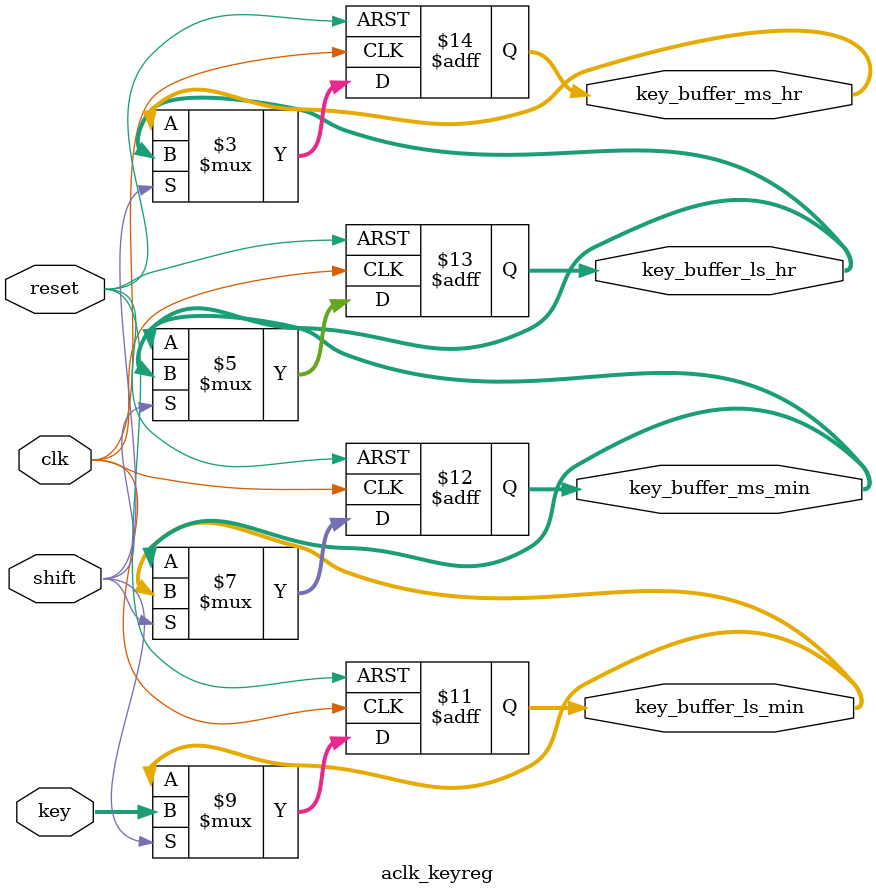
<source format=v>

module aclk_keyreg(
	reset,
	clk,
	shift,
	key,
	key_buffer_ls_min,
	key_buffer_ms_min,
	key_buffer_ls_hr,
	key_buffer_ms_hr);

// input and output port declaration

input reset,clk,shift;
input [3:0] key;
output reg [3:0] key_buffer_ls_min, key_buffer_ms_min, key_buffer_ls_hr, key_buffer_ms_hr;


////////////////////////////////////////////////////////////
// This procedure stores the last 4 keys pressed. The FSM 
// block detects the new keys values and triggers the shift
// pulse to shift in the new key value.
/////////////////////////////////////////////////////////////

always@(posedge clk or posedge reset) 
begin
	//for asyn reset, reset the key buffer o/p register to 1'b0
	if(reset)
	begin
		key_buffer_ls_min <=1'b0;
		key_buffer_ms_min <= 1'b0;
		key_buffer_ls_hr <= 1'b0;
		key_buffer_ms_hr <= 1'b0;
	end

	// else if there is a shift, perform left shift from LS_MIN to MS_HR
	else if(shift==1)
	begin
		key_buffer_ms_hr <= key_buffer_ls_hr ;
		key_buffer_ls_hr <= key_buffer_ms_min ;
		key_buffer_ms_min <= key_buffer_ls_min ;
		key_buffer_ls_min <= key;
	end
end
endmodule

</source>
